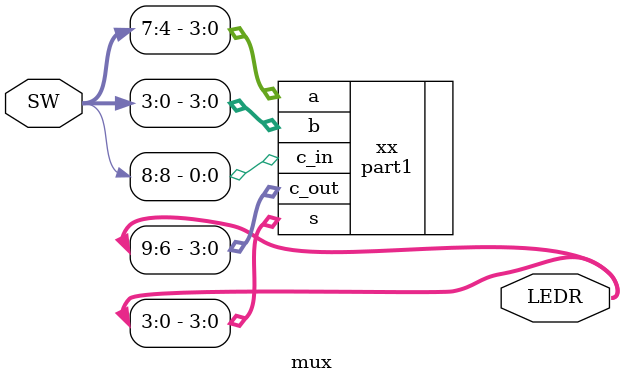
<source format=v>
`timescale 1ns / 1ns // `timescale time_unit/time_precision


//LEDR[0] output display

module mux(LEDR, SW);
    input [9:0] SW;
    output [9:0] LEDR;

    part1 xx(
        .a(SW[7:4]),
        .b(SW[3:0]),
        .c_in(SW[8]),
        .s(LEDR[3:0]),
		.c_out(LEDR[9:6])
        );
endmodule




</source>
